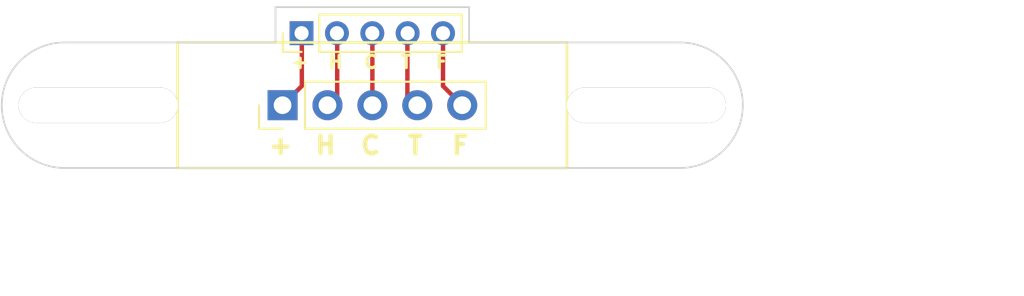
<source format=kicad_pcb>
(kicad_pcb (version 20221018) (generator pcbnew)
  (layers (0 "F.Cu" jumper) (31 "B.Cu" signal) (34 "B.Paste" user) (35 "F.Paste" user) (36 "B.SilkS" user "B.Silkscreen") (37 "F.SilkS" user "F.Silkscreen") (38 "B.Mask" user) (39 "F.Mask" user) (44 "Edge.Cuts" user))
  (net 0 "")
  (net 1 "/S")
  (net 2 "+3.3V")
  (net 3 "GND")
  (net 4 "/F")
  (net 5 "/T")
  (footprint "Connector_PinHeader_2.54mm:PinHeader_1x05_P2.54mm_Vertical" (layer "F.Cu") (at 115.88 83.556 90)
    (fp_text reference "J1" hide)
    (fp_text value "Conn_01x05" hide)
    (fp_line (start -1.33 -1.33) (end 0 -1.33) (stroke (width 0.12)) (layer "F.SilkS"))
    (fp_line (start -1.33 0) (end -1.33 -1.33) (stroke (width 0.12)) (layer "F.SilkS"))
    (fp_line (start -1.33 1.27) (end -1.33 11.49) (stroke (width 0.12)) (layer "F.SilkS"))
    (fp_line (start -1.33 1.27) (end 1.33 1.27) (stroke (width 0.12)) (layer "F.SilkS"))
    (fp_line (start -1.33 11.49) (end 1.33 11.49) (stroke (width 0.12)) (layer "F.SilkS"))
    (fp_line (start 1.33 1.27) (end 1.33 11.49) (stroke (width 0.12)) (layer "F.SilkS"))
    (pad "1" thru_hole rect (at 0 0 90) (size 1.7 1.7) (drill 1) (layers "*.Cu" "*.Mask") (net 2 "+3.3V"))
    (pad "2" thru_hole oval (at 0 2.54 90) (size 1.7 1.7) (drill 1) (layers "*.Cu" "*.Mask") (net 3 "GND"))
    (pad "3" thru_hole oval (at 0 5.08 90) (size 1.7 1.7) (drill 1) (layers "*.Cu" "*.Mask") (net 1 "/S"))
    (pad "4" thru_hole oval (at 0 7.62 90) (size 1.7 1.7) (drill 1) (layers "*.Cu" "*.Mask") (net 5 "/T"))
    (pad "5" thru_hole oval (at 0 10.16 90) (size 1.7 1.7) (drill 1) (layers "*.Cu" "*.Mask") (net 4 "/F"))
  )
  (footprint "Connector_Wire:SolderWirePad_1x01_SMD_1x2mm" (layer "F.Cu") (at 105.45 83.556)
    (fp_text reference "REF**" hide)
    (fp_text value "SolderWirePad_1x01_SMD_1x2mm" hide)
    (pad "1" thru_hole oval (at 0 0) (size 9 2) (drill oval 9 2) (layers "*.Cu" "*.Mask"))
  )
  (footprint "Connector_Wire:SolderWirePad_1x01_SMD_1x2mm" (layer "F.Cu") (at 136.46 83.556)
    (fp_text reference "REF**" hide)
    (fp_text value "SolderWirePad_1x01_SMD_1x2mm" hide)
    (pad "1" thru_hole oval (at 0 0) (size 9 2) (drill oval 9 2) (layers "*.Cu" "*.Mask"))
  )
  (footprint "Connector_PinHeader_2.00mm:PinHeader_1x05_P2.00mm_Vertical" (layer "F.Cu") (at 116.955 79.475 90)
    (fp_text reference "J2" hide)
    (fp_text value "Conn_01x05" hide)
    (fp_line (start -1.06 -1.06) (end 0 -1.06) (stroke (width 0.12)) (layer "F.SilkS"))
    (fp_line (start -1.06 0) (end -1.06 -1.06) (stroke (width 0.12)) (layer "F.SilkS"))
    (fp_line (start -1.06 1) (end -1.06 9.06) (stroke (width 0.12)) (layer "F.SilkS"))
    (fp_line (start -1.06 1) (end 1.06 1) (stroke (width 0.12)) (layer "F.SilkS"))
    (fp_line (start -1.06 9.06) (end 1.06 9.06) (stroke (width 0.12)) (layer "F.SilkS"))
    (fp_line (start 1.06 1) (end 1.06 9.06) (stroke (width 0.12)) (layer "F.SilkS"))
    (pad "1" thru_hole rect (at 0 0 90) (size 1.35 1.35) (drill 0.8) (layers "*.Cu" "*.Mask") (net 2 "+3.3V"))
    (pad "2" thru_hole oval (at 0 2 90) (size 1.35 1.35) (drill 0.8) (layers "*.Cu" "*.Mask") (net 3 "GND"))
    (pad "3" thru_hole oval (at 0 4 90) (size 1.35 1.35) (drill 0.8) (layers "*.Cu" "*.Mask") (net 1 "/S"))
    (pad "4" thru_hole oval (at 0 6 90) (size 1.35 1.35) (drill 0.8) (layers "*.Cu" "*.Mask") (net 5 "/T"))
    (pad "5" thru_hole oval (at 0 8 90) (size 1.35 1.35) (drill 0.8) (layers "*.Cu" "*.Mask") (net 4 "/F"))
  )
  (gr_line (start 109.945 80) (end 131.965 80) (stroke (width 0.15)) (layer "F.SilkS"))
  (gr_line (start 109.945 87.112) (end 109.945 80) (stroke (width 0.15)) (layer "F.SilkS"))
  (gr_line (start 109.945 87.112) (end 131.965 87.112) (stroke (width 0.15)) (layer "F.SilkS"))
  (gr_line (start 131.965 87.112) (end 131.965 80) (stroke (width 0.15)) (layer "F.SilkS"))
  (gr_arc (start 138.354 80) (mid 141.91 83.556) (end 138.354 87.112) (stroke (width 0.1)) (layer "Edge.Cuts"))
  (gr_line (start 126.43 80) (end 138.354 80) (stroke (width 0.1)) (layer "Edge.Cuts"))
  (gr_line (start 103.556 87.112) (end 138.354 87.112) (stroke (width 0.1)) (layer "Edge.Cuts"))
  (gr_line (start 126.43 80) (end 126.43 78) (stroke (width 0.1)) (layer "Edge.Cuts"))
  (gr_arc (start 103.556 87.112) (mid 100 83.556) (end 103.556 80) (stroke (width 0.1)) (layer "Edge.Cuts"))
  (gr_line (start 115.48 80) (end 115.48 78) (stroke (width 0.1)) (layer "Edge.Cuts"))
  (gr_line (start 115.48 78) (end 126.43 78) (stroke (width 0.1)) (layer "Edge.Cuts"))
  (gr_line (start 103.556 80) (end 115.48 80) (stroke (width 0.1)) (layer "Edge.Cuts"))
  (gr_text "C" (at 120.185 86.42) (layer "F.SilkS") (effects (font (size 1 1) (thickness 0.25) bold) (justify left bottom)))
  (gr_text "C" (at 120.4125 81.52) (layer "F.SilkS") (effects (font (size 0.7 0.7) (thickness 0.175) bold) (justify left bottom)))
  (gr_text "+" (at 114.985953 86.42) (layer "F.SilkS") (effects (font (size 1 1) (thickness 0.25) bold) (justify left bottom)))
  (gr_text "F" (at 125.336429 86.42) (layer "F.SilkS") (effects (font (size 1 1) (thickness 0.25) bold) (justify left bottom)))
  (gr_text "T" (at 122.495834 81.52) (layer "F.SilkS") (effects (font (size 0.7 0.7) (thickness 0.175) bold) (justify left bottom)))
  (gr_text "H" (at 118.395834 81.52) (layer "F.SilkS") (effects (font (size 0.7 0.7) (thickness 0.175) bold) (justify left bottom)))
  (gr_text "+" (at 116.329167 81.52) (layer "F.SilkS") (effects (font (size 0.7 0.7) (thickness 0.175) bold) (justify left bottom)))
  (gr_text "H" (at 117.621191 86.42) (layer "F.SilkS") (effects (font (size 1 1) (thickness 0.25) bold) (justify left bottom)))
  (gr_text "T" (at 122.844048 86.42) (layer "F.SilkS") (effects (font (size 1 1) (thickness 0.25) bold) (justify left bottom)))
  (gr_text "F" (at 124.4625 81.52) (layer "F.SilkS") (effects (font (size 0.7 0.7) (thickness 0.175) bold) (justify left bottom)))
  (segment (start 120.96 79.48) (end 120.955 79.475) (width 0.25) (layer "F.Cu") (net 1))
  (segment (start 120.96 83.556) (end 120.96 79.48) (width 0.25) (layer "F.Cu") (net 1))
  (segment (start 115.88 83.556) (end 116.97 82.466) (width 0.25) (layer "F.Cu") (net 2))
  (segment (start 116.97 82.466) (end 116.97 79.49) (width 0.25) (layer "F.Cu") (net 2))
  (segment (start 116.97 79.49) (end 116.955 79.475) (width 0.25) (layer "F.Cu") (net 2))
  (segment (start 118.42 83.556) (end 118.97 83.006) (width 0.25) (layer "F.Cu") (net 3))
  (segment (start 118.97 83.006) (end 118.97 79.49) (width 0.25) (layer "F.Cu") (net 3))
  (segment (start 118.97 79.49) (end 118.955 79.475) (width 0.25) (layer "F.Cu") (net 3))
  (segment (start 126.04 83.556) (end 124.955 82.471) (width 0.25) (layer "F.Cu") (net 4))
  (segment (start 124.955 82.471) (end 124.955 79.475) (width 0.25) (layer "F.Cu") (net 4))
  (segment (start 122.94 79.49) (end 122.955 79.475) (width 0.25) (layer "F.Cu") (net 5))
  (segment (start 122.94 82.996) (end 122.94 79.49) (width 0.25) (layer "F.Cu") (net 5))
  (segment (start 123.5 83.556) (end 122.94 82.996) (width 0.25) (layer "F.Cu") (net 5))
)
</source>
